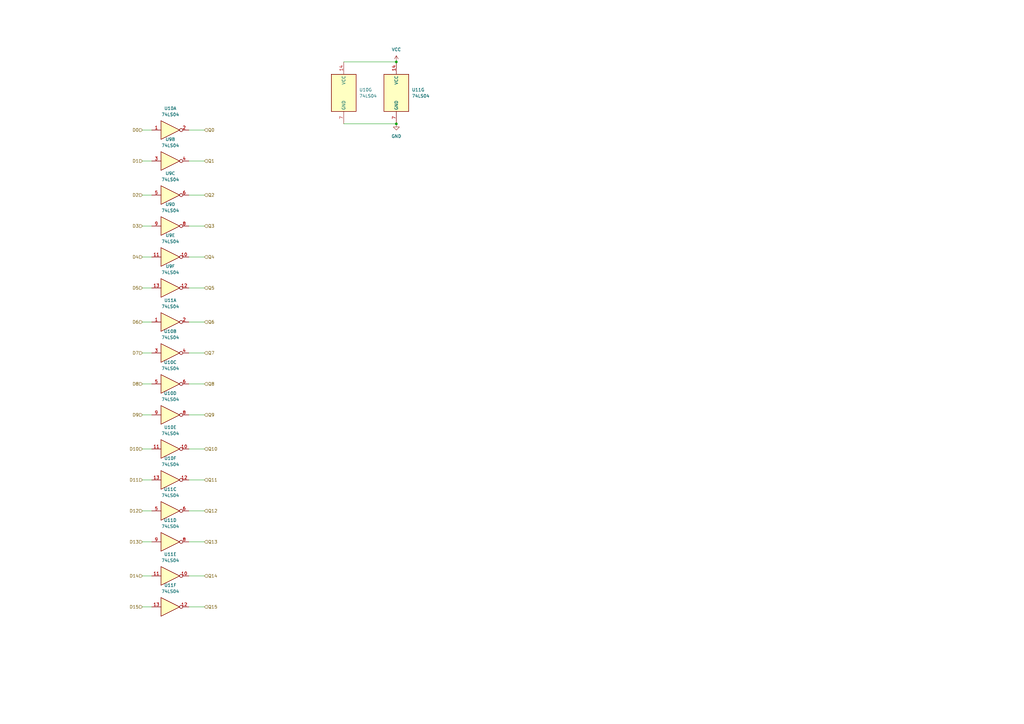
<source format=kicad_sch>
(kicad_sch (version 20231120) (generator "eeschema") (generator_version "8.0")
  (paper "A3")
  (lib_symbols
    (symbol "74xx:74LS04"
      (property "Reference" "U" (at 0 1.27 0))
      (property "Value" "74LS04" (at 0 -1.27 0))
      (symbol "74LS04_1_0"
        (polyline (pts (xy -3.81 3.81) (xy -3.81 -3.81) (xy 3.81 0) (xy -3.81 3.81)) (stroke (width 0.254)) (fill (type background)))
        (pin input line (at -7.62 0 0) (length 3.81) (name "~") (number "1"))
        (pin output inverted (at 7.62 0 180) (length 3.81) (name "~") (number "2"))
      )
      (symbol "74LS04_2_0"
        (polyline (pts (xy -3.81 3.81) (xy -3.81 -3.81) (xy 3.81 0) (xy -3.81 3.81)) (stroke (width 0.254)) (fill (type background)))
        (pin input line (at -7.62 0 0) (length 3.81) (name "~") (number "3"))
        (pin output inverted (at 7.62 0 180) (length 3.81) (name "~") (number "4"))
      )
      (symbol "74LS04_3_0"
        (polyline (pts (xy -3.81 3.81) (xy -3.81 -3.81) (xy 3.81 0) (xy -3.81 3.81)) (stroke (width 0.254)) (fill (type background)))
        (pin input line (at -7.62 0 0) (length 3.81) (name "~") (number "5"))
        (pin output inverted (at 7.62 0 180) (length 3.81) (name "~") (number "6"))
      )
      (symbol "74LS04_4_0"
        (polyline (pts (xy -3.81 3.81) (xy -3.81 -3.81) (xy 3.81 0) (xy -3.81 3.81)) (stroke (width 0.254)) (fill (type background)))
        (pin output inverted (at 7.62 0 180) (length 3.81) (name "~") (number "8"))
        (pin input line (at -7.62 0 0) (length 3.81) (name "~") (number "9"))
      )
      (symbol "74LS04_5_0"
        (polyline (pts (xy -3.81 3.81) (xy -3.81 -3.81) (xy 3.81 0) (xy -3.81 3.81)) (stroke (width 0.254)) (fill (type background)))
        (pin output inverted (at 7.62 0 180) (length 3.81) (name "~") (number "10"))
        (pin input line (at -7.62 0 0) (length 3.81) (name "~") (number "11"))
      )
      (symbol "74LS04_6_0"
        (polyline (pts (xy -3.81 3.81) (xy -3.81 -3.81) (xy 3.81 0) (xy -3.81 3.81)) (stroke (width 0.254)) (fill (type background)))
        (pin output inverted (at 7.62 0 180) (length 3.81) (name "~") (number "12"))
        (pin input line (at -7.62 0 0) (length 3.81) (name "~") (number "13"))
      )
      (symbol "74LS04_7_0"
        (pin power_in line (at 0 12.7 270) (length 5.08) (name "VCC") (number "14"))
        (pin power_in line (at 0 -12.7 90) (length 5.08) (name "GND") (number "7"))
      )
      (symbol "74LS04_7_1"
        (rectangle (start -5.08 7.62) (end 5.08 -7.62) (stroke (width 0.254)) (fill (type background)))
      )
    )
    (symbol "power:GND" (power) (pin_numbers hide) (pin_names (offset 0) hide)
      (property "Value" "GND" (at 0 -3.81 0))
      (symbol "GND_0_1"
        (polyline (pts (xy 0 0) (xy 0 -1.27) (xy 1.27 -1.27) (xy 0 -2.54) (xy -1.27 -1.27) (xy 0 -1.27)))
      )
      (symbol "GND_1_1"
        (pin power_in line (at 0 0 270) (length 0) (name "~") (number "1"))
      )
    )
    (symbol "power:VCC" (power) (pin_numbers hide) (pin_names (offset 0) hide)
      (property "Value" "VCC" (at 0 3.556 0))
      (symbol "VCC_0_1"
        (polyline (pts (xy -0.762 1.27) (xy 0 2.54)))
        (polyline (pts (xy 0 0) (xy 0 2.54)))
        (polyline (pts (xy 0 2.54) (xy 0.762 1.27)))
      )
      (symbol "VCC_1_1"
        (pin power_in line (at 0 0 90) (length 0) (name "~") (number "1"))
      )
    )
  )
  (junction (at 162.56 25.4))
  (junction (at 162.56 50.8))
  (wire (pts (xy 58.42 132.08) (xy 62.23 132.08)))
  (wire (pts (xy 140.97 25.4) (xy 162.56 25.4)))
  (wire (pts (xy 77.47 248.92) (xy 83.82 248.92)))
  (wire (pts (xy 58.42 105.41) (xy 62.23 105.41)))
  (wire (pts (xy 140.97 50.8) (xy 162.56 50.8)))
  (wire (pts (xy 77.47 66.04) (xy 83.82 66.04)))
  (wire (pts (xy 58.42 118.11) (xy 62.23 118.11)))
  (wire (pts (xy 77.47 80.01) (xy 83.82 80.01)))
  (wire (pts (xy 77.47 53.34) (xy 83.82 53.34)))
  (wire (pts (xy 77.47 222.25) (xy 83.82 222.25)))
  (wire (pts (xy 58.42 66.04) (xy 62.23 66.04)))
  (wire (pts (xy 77.47 105.41) (xy 83.82 105.41)))
  (wire (pts (xy 77.47 170.18) (xy 83.82 170.18)))
  (wire (pts (xy 77.47 184.15) (xy 83.82 184.15)))
  (wire (pts (xy 58.42 144.78) (xy 62.23 144.78)))
  (wire (pts (xy 58.42 53.34) (xy 62.23 53.34)))
  (wire (pts (xy 77.47 118.11) (xy 83.82 118.11)))
  (wire (pts (xy 58.42 209.55) (xy 62.23 209.55)))
  (wire (pts (xy 58.42 248.92) (xy 62.23 248.92)))
  (wire (pts (xy 77.47 196.85) (xy 83.82 196.85)))
  (wire (pts (xy 77.47 144.78) (xy 83.82 144.78)))
  (wire (pts (xy 58.42 170.18) (xy 62.23 170.18)))
  (wire (pts (xy 58.42 80.01) (xy 62.23 80.01)))
  (wire (pts (xy 58.42 222.25) (xy 62.23 222.25)))
  (wire (pts (xy 58.42 157.48) (xy 62.23 157.48)))
  (wire (pts (xy 77.47 209.55) (xy 83.82 209.55)))
  (wire (pts (xy 58.42 196.85) (xy 62.23 196.85)))
  (wire (pts (xy 77.47 157.48) (xy 83.82 157.48)))
  (wire (pts (xy 77.47 92.71) (xy 83.82 92.71)))
  (wire (pts (xy 77.47 132.08) (xy 83.82 132.08)))
  (wire (pts (xy 77.47 236.22) (xy 83.82 236.22)))
  (wire (pts (xy 58.42 184.15) (xy 62.23 184.15)))
  (wire (pts (xy 58.42 236.22) (xy 62.23 236.22)))
  (wire (pts (xy 58.42 92.71) (xy 62.23 92.71)))
  (hierarchical_label "Q1" (shape input) (at 83.82 66.04 0))
  (hierarchical_label "D11" (shape input) (at 58.42 196.85 180))
  (hierarchical_label "Q0" (shape input) (at 83.82 53.34 0))
  (hierarchical_label "Q11" (shape input) (at 83.82 196.85 0))
  (hierarchical_label "D12" (shape input) (at 58.42 209.55 180))
  (hierarchical_label "Q7" (shape input) (at 83.82 144.78 0))
  (hierarchical_label "D9" (shape input) (at 58.42 170.18 180))
  (hierarchical_label "Q6" (shape input) (at 83.82 132.08 0))
  (hierarchical_label "D8" (shape input) (at 58.42 157.48 180))
  (hierarchical_label "D13" (shape input) (at 58.42 222.25 180))
  (hierarchical_label "Q9" (shape input) (at 83.82 170.18 0))
  (hierarchical_label "D10" (shape input) (at 58.42 184.15 180))
  (hierarchical_label "Q5" (shape input) (at 83.82 118.11 0))
  (hierarchical_label "D7" (shape input) (at 58.42 144.78 180))
  (hierarchical_label "D1" (shape input) (at 58.42 66.04 180))
  (hierarchical_label "Q14" (shape input) (at 83.82 236.22 0))
  (hierarchical_label "D6" (shape input) (at 58.42 132.08 180))
  (hierarchical_label "Q3" (shape input) (at 83.82 92.71 0))
  (hierarchical_label "Q15" (shape input) (at 83.82 248.92 0))
  (hierarchical_label "D14" (shape input) (at 58.42 236.22 180))
  (hierarchical_label "Q12" (shape input) (at 83.82 209.55 0))
  (hierarchical_label "D5" (shape input) (at 58.42 118.11 180))
  (hierarchical_label "Q4" (shape input) (at 83.82 105.41 0))
  (hierarchical_label "Q8" (shape input) (at 83.82 157.48 0))
  (hierarchical_label "D2" (shape input) (at 58.42 80.01 180))
  (hierarchical_label "Q10" (shape input) (at 83.82 184.15 0))
  (hierarchical_label "D15" (shape input) (at 58.42 248.92 180))
  (hierarchical_label "Q2" (shape input) (at 83.82 80.01 0))
  (hierarchical_label "D0" (shape input) (at 58.42 53.34 180))
  (hierarchical_label "Q13" (shape input) (at 83.82 222.25 0))
  (hierarchical_label "D4" (shape input) (at 58.42 105.41 180))
  (hierarchical_label "D3" (shape input) (at 58.42 92.71 180))
  (symbol (lib_id "74xx:74LS04") (at 69.85 92.71 0) (unit 4)
    (property "Reference" "U9" (at 69.85 83.82 0))
    (property "Value" "74LS04" (at 69.85 86.36 0))
    (property "Footprint" "Package_DIP:DIP-14_W7.62mm_Socket_LongPads" (effects (hide yes)))
    (property "Datasheet" "http://www.ti.com/lit/gpn/sn74LS04" (effects (hide yes)))
    (property "Description" "Hex Inverter" (effects (hide yes)))
  )
  (symbol (lib_id "power:GND") (at 162.56 50.8 0) (unit 1)
    (property "Reference" "#PWR013" (effects (hide yes)))
    (property "Value" "GND" (at 162.56 55.88 0))
    (property "Description" "Power symbol creates a global label with name \"GND\" , ground" (effects (hide yes)))
  )
  (symbol (lib_id "74xx:74LS04") (at 69.85 132.08 0) (unit 1)
    (property "Reference" "U11" (at 69.85 123.19 0))
    (property "Value" "74LS04" (at 69.85 125.73 0))
    (property "Footprint" "Package_DIP:DIP-14_W7.62mm_Socket_LongPads" (effects (hide yes)))
    (property "Datasheet" "http://www.ti.com/lit/gpn/sn74LS04" (effects (hide yes)))
    (property "Description" "Hex Inverter" (effects (hide yes)))
  )
  (symbol (lib_id "74xx:74LS04") (at 69.85 222.25 0) (unit 4)
    (property "Reference" "U11" (at 69.85 213.36 0))
    (property "Value" "74LS04" (at 69.85 215.9 0))
    (property "Footprint" "Package_DIP:DIP-14_W7.62mm_Socket_LongPads" (effects (hide yes)))
    (property "Datasheet" "http://www.ti.com/lit/gpn/sn74LS04" (effects (hide yes)))
    (property "Description" "Hex Inverter" (effects (hide yes)))
  )
  (symbol (lib_id "74xx:74LS04") (at 69.85 170.18 0) (unit 4)
    (property "Reference" "U10" (at 69.85 161.29 0))
    (property "Value" "74LS04" (at 69.85 163.83 0))
    (property "Footprint" "Package_DIP:DIP-14_W7.62mm_Socket_LongPads" (effects (hide yes)))
    (property "Datasheet" "http://www.ti.com/lit/gpn/sn74LS04" (effects (hide yes)))
    (property "Description" "Hex Inverter" (effects (hide yes)))
  )
  (symbol (lib_id "74xx:74LS04") (at 69.85 144.78 0) (unit 2)
    (property "Reference" "U10" (at 69.85 135.89 0))
    (property "Value" "74LS04" (at 69.85 138.43 0))
    (property "Footprint" "Package_DIP:DIP-14_W7.62mm_Socket_LongPads" (effects (hide yes)))
    (property "Datasheet" "http://www.ti.com/lit/gpn/sn74LS04" (effects (hide yes)))
    (property "Description" "Hex Inverter" (effects (hide yes)))
  )
  (symbol (lib_id "74xx:74LS04") (at 69.85 80.01 0) (unit 3)
    (property "Reference" "U9" (at 69.85 71.12 0))
    (property "Value" "74LS04" (at 69.85 73.66 0))
    (property "Footprint" "Package_DIP:DIP-14_W7.62mm_Socket_LongPads" (effects (hide yes)))
    (property "Datasheet" "http://www.ti.com/lit/gpn/sn74LS04" (effects (hide yes)))
    (property "Description" "Hex Inverter" (effects (hide yes)))
  )
  (symbol (lib_id "74xx:74LS04") (at 69.85 53.34 0) (unit 1)
    (property "Reference" "U10" (at 69.85 44.45 0))
    (property "Value" "74LS04" (at 69.85 46.99 0))
    (property "Footprint" "Package_DIP:DIP-14_W7.62mm_Socket_LongPads" (effects (hide yes)))
    (property "Datasheet" "http://www.ti.com/lit/gpn/sn74LS04" (effects (hide yes)))
    (property "Description" "Hex Inverter" (effects (hide yes)))
  )
  (symbol (lib_id "74xx:74LS04") (at 69.85 236.22 0) (unit 5)
    (property "Reference" "U11" (at 69.85 227.33 0))
    (property "Value" "74LS04" (at 69.85 229.87 0))
    (property "Footprint" "Package_DIP:DIP-14_W7.62mm_Socket_LongPads" (effects (hide yes)))
    (property "Datasheet" "http://www.ti.com/lit/gpn/sn74LS04" (effects (hide yes)))
    (property "Description" "Hex Inverter" (effects (hide yes)))
  )
  (symbol (lib_id "74xx:74LS04") (at 69.85 196.85 0) (unit 6)
    (property "Reference" "U10" (at 69.85 187.96 0))
    (property "Value" "74LS04" (at 69.85 190.5 0))
    (property "Footprint" "Package_DIP:DIP-14_W7.62mm_Socket_LongPads" (effects (hide yes)))
    (property "Datasheet" "http://www.ti.com/lit/gpn/sn74LS04" (effects (hide yes)))
    (property "Description" "Hex Inverter" (effects (hide yes)))
  )
  (symbol (lib_id "power:VCC") (at 162.56 25.4 0) (unit 1)
    (property "Reference" "#PWR012" (effects (hide yes)))
    (property "Value" "VCC" (at 162.56 20.32 0))
    (property "Description" "Power symbol creates a global label with name \"VCC\"" (effects (hide yes)))
  )
  (symbol (lib_id "74xx:74LS04") (at 140.97 38.1 0) (unit 7)
    (property "Reference" "U10" (at 147.32 36.8299 0) (effects (justify left)))
    (property "Value" "74LS04" (at 147.32 39.3699 0) (effects (justify left)))
    (property "Footprint" "Package_DIP:DIP-14_W7.62mm_Socket_LongPads" (effects (hide yes)))
    (property "Datasheet" "http://www.ti.com/lit/gpn/sn74LS04" (effects (hide yes)))
    (property "Description" "Hex Inverter" (effects (hide yes)))
  )
  (symbol (lib_id "74xx:74LS04") (at 69.85 66.04 0) (unit 2)
    (property "Reference" "U9" (at 69.85 57.15 0))
    (property "Value" "74LS04" (at 69.85 59.69 0))
    (property "Footprint" "Package_DIP:DIP-14_W7.62mm_Socket_LongPads" (effects (hide yes)))
    (property "Datasheet" "http://www.ti.com/lit/gpn/sn74LS04" (effects (hide yes)))
    (property "Description" "Hex Inverter" (effects (hide yes)))
  )
  (symbol (lib_id "74xx:74LS04") (at 69.85 105.41 0) (unit 5)
    (property "Reference" "U9" (at 69.85 96.52 0))
    (property "Value" "74LS04" (at 69.85 99.06 0))
    (property "Footprint" "Package_DIP:DIP-14_W7.62mm_Socket_LongPads" (effects (hide yes)))
    (property "Datasheet" "http://www.ti.com/lit/gpn/sn74LS04" (effects (hide yes)))
    (property "Description" "Hex Inverter" (effects (hide yes)))
  )
  (symbol (lib_id "74xx:74LS04") (at 69.85 157.48 0) (unit 3)
    (property "Reference" "U10" (at 69.85 148.59 0))
    (property "Value" "74LS04" (at 69.85 151.13 0))
    (property "Footprint" "Package_DIP:DIP-14_W7.62mm_Socket_LongPads" (effects (hide yes)))
    (property "Datasheet" "http://www.ti.com/lit/gpn/sn74LS04" (effects (hide yes)))
    (property "Description" "Hex Inverter" (effects (hide yes)))
  )
  (symbol (lib_id "74xx:74LS04") (at 69.85 118.11 0) (unit 6)
    (property "Reference" "U9" (at 69.85 109.22 0))
    (property "Value" "74LS04" (at 69.85 111.76 0))
    (property "Footprint" "Package_DIP:DIP-14_W7.62mm_Socket_LongPads" (effects (hide yes)))
    (property "Datasheet" "http://www.ti.com/lit/gpn/sn74LS04" (effects (hide yes)))
    (property "Description" "Hex Inverter" (effects (hide yes)))
  )
  (symbol (lib_id "74xx:74LS04") (at 69.85 209.55 0) (unit 3)
    (property "Reference" "U11" (at 69.85 200.66 0))
    (property "Value" "74LS04" (at 69.85 203.2 0))
    (property "Footprint" "Package_DIP:DIP-14_W7.62mm_Socket_LongPads" (effects (hide yes)))
    (property "Datasheet" "http://www.ti.com/lit/gpn/sn74LS04" (effects (hide yes)))
    (property "Description" "Hex Inverter" (effects (hide yes)))
  )
  (symbol (lib_id "74xx:74LS04") (at 69.85 184.15 0) (unit 5)
    (property "Reference" "U10" (at 69.85 175.26 0))
    (property "Value" "74LS04" (at 69.85 177.8 0))
    (property "Footprint" "Package_DIP:DIP-14_W7.62mm_Socket_LongPads" (effects (hide yes)))
    (property "Datasheet" "http://www.ti.com/lit/gpn/sn74LS04" (effects (hide yes)))
    (property "Description" "Hex Inverter" (effects (hide yes)))
  )
  (symbol (lib_id "74xx:74LS04") (at 162.56 38.1 0) (unit 7)
    (property "Reference" "U11" (at 168.91 36.8299 0) (effects (justify left)))
    (property "Value" "74LS04" (at 168.91 39.3699 0) (effects (justify left)))
    (property "Footprint" "Package_DIP:DIP-14_W7.62mm_Socket_LongPads" (effects (hide yes)))
    (property "Datasheet" "http://www.ti.com/lit/gpn/sn74LS04" (effects (hide yes)))
    (property "Description" "Hex Inverter" (effects (hide yes)))
  )
  (symbol (lib_id "74xx:74LS04") (at 69.85 248.92 0) (unit 6)
    (property "Reference" "U11" (at 69.85 240.03 0))
    (property "Value" "74LS04" (at 69.85 242.57 0))
    (property "Footprint" "Package_DIP:DIP-14_W7.62mm_Socket_LongPads" (effects (hide yes)))
    (property "Datasheet" "http://www.ti.com/lit/gpn/sn74LS04" (effects (hide yes)))
    (property "Description" "Hex Inverter" (effects (hide yes)))
  )
)
</source>
